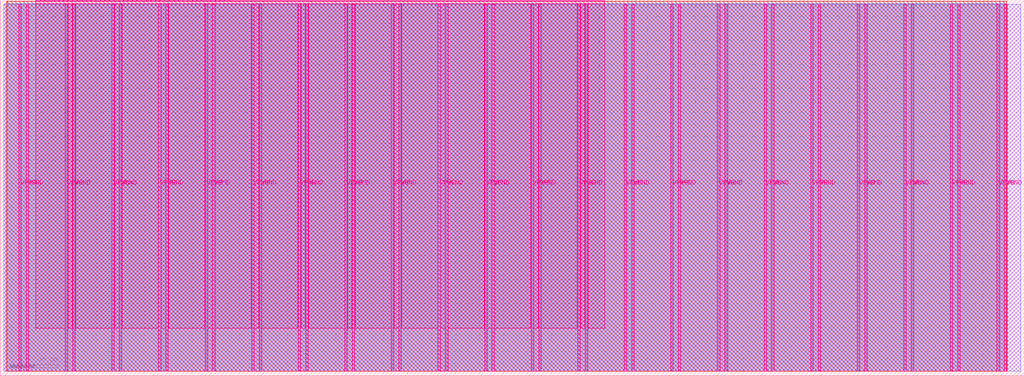
<source format=lef>
VERSION 5.7 ;
  NOWIREEXTENSIONATPIN ON ;
  DIVIDERCHAR "/" ;
  BUSBITCHARS "[]" ;
MACRO tt_um_gregac_tiny_nn
  CLASS BLOCK ;
  FOREIGN tt_um_gregac_tiny_nn ;
  ORIGIN 0.000 0.000 ;
  SIZE 854.400 BY 313.740 ;
  PIN VGND
    DIRECTION INOUT ;
    USE GROUND ;
    PORT
      LAYER Metal5 ;
        RECT 21.580 3.560 23.780 310.180 ;
    END
    PORT
      LAYER Metal5 ;
        RECT 60.450 3.560 62.650 310.180 ;
    END
    PORT
      LAYER Metal5 ;
        RECT 99.320 3.560 101.520 310.180 ;
    END
    PORT
      LAYER Metal5 ;
        RECT 138.190 3.560 140.390 310.180 ;
    END
    PORT
      LAYER Metal5 ;
        RECT 177.060 3.560 179.260 310.180 ;
    END
    PORT
      LAYER Metal5 ;
        RECT 215.930 3.560 218.130 310.180 ;
    END
    PORT
      LAYER Metal5 ;
        RECT 254.800 3.560 257.000 310.180 ;
    END
    PORT
      LAYER Metal5 ;
        RECT 293.670 3.560 295.870 310.180 ;
    END
    PORT
      LAYER Metal5 ;
        RECT 332.540 3.560 334.740 310.180 ;
    END
    PORT
      LAYER Metal5 ;
        RECT 371.410 3.560 373.610 310.180 ;
    END
    PORT
      LAYER Metal5 ;
        RECT 410.280 3.560 412.480 310.180 ;
    END
    PORT
      LAYER Metal5 ;
        RECT 449.150 3.560 451.350 310.180 ;
    END
    PORT
      LAYER Metal5 ;
        RECT 488.020 3.560 490.220 310.180 ;
    END
    PORT
      LAYER Metal5 ;
        RECT 526.890 3.560 529.090 310.180 ;
    END
    PORT
      LAYER Metal5 ;
        RECT 565.760 3.560 567.960 310.180 ;
    END
    PORT
      LAYER Metal5 ;
        RECT 604.630 3.560 606.830 310.180 ;
    END
    PORT
      LAYER Metal5 ;
        RECT 643.500 3.560 645.700 310.180 ;
    END
    PORT
      LAYER Metal5 ;
        RECT 682.370 3.560 684.570 310.180 ;
    END
    PORT
      LAYER Metal5 ;
        RECT 721.240 3.560 723.440 310.180 ;
    END
    PORT
      LAYER Metal5 ;
        RECT 760.110 3.560 762.310 310.180 ;
    END
    PORT
      LAYER Metal5 ;
        RECT 798.980 3.560 801.180 310.180 ;
    END
    PORT
      LAYER Metal5 ;
        RECT 837.850 3.560 840.050 310.180 ;
    END
  END VGND
  PIN VPWR
    DIRECTION INOUT ;
    USE POWER ;
    PORT
      LAYER Metal5 ;
        RECT 15.380 3.560 17.580 310.180 ;
    END
    PORT
      LAYER Metal5 ;
        RECT 54.250 3.560 56.450 310.180 ;
    END
    PORT
      LAYER Metal5 ;
        RECT 93.120 3.560 95.320 310.180 ;
    END
    PORT
      LAYER Metal5 ;
        RECT 131.990 3.560 134.190 310.180 ;
    END
    PORT
      LAYER Metal5 ;
        RECT 170.860 3.560 173.060 310.180 ;
    END
    PORT
      LAYER Metal5 ;
        RECT 209.730 3.560 211.930 310.180 ;
    END
    PORT
      LAYER Metal5 ;
        RECT 248.600 3.560 250.800 310.180 ;
    END
    PORT
      LAYER Metal5 ;
        RECT 287.470 3.560 289.670 310.180 ;
    END
    PORT
      LAYER Metal5 ;
        RECT 326.340 3.560 328.540 310.180 ;
    END
    PORT
      LAYER Metal5 ;
        RECT 365.210 3.560 367.410 310.180 ;
    END
    PORT
      LAYER Metal5 ;
        RECT 404.080 3.560 406.280 310.180 ;
    END
    PORT
      LAYER Metal5 ;
        RECT 442.950 3.560 445.150 310.180 ;
    END
    PORT
      LAYER Metal5 ;
        RECT 481.820 3.560 484.020 310.180 ;
    END
    PORT
      LAYER Metal5 ;
        RECT 520.690 3.560 522.890 310.180 ;
    END
    PORT
      LAYER Metal5 ;
        RECT 559.560 3.560 561.760 310.180 ;
    END
    PORT
      LAYER Metal5 ;
        RECT 598.430 3.560 600.630 310.180 ;
    END
    PORT
      LAYER Metal5 ;
        RECT 637.300 3.560 639.500 310.180 ;
    END
    PORT
      LAYER Metal5 ;
        RECT 676.170 3.560 678.370 310.180 ;
    END
    PORT
      LAYER Metal5 ;
        RECT 715.040 3.560 717.240 310.180 ;
    END
    PORT
      LAYER Metal5 ;
        RECT 753.910 3.560 756.110 310.180 ;
    END
    PORT
      LAYER Metal5 ;
        RECT 792.780 3.560 794.980 310.180 ;
    END
    PORT
      LAYER Metal5 ;
        RECT 831.650 3.560 833.850 310.180 ;
    END
  END VPWR
  PIN clk
    DIRECTION INPUT ;
    USE SIGNAL ;
    ANTENNAGATEAREA 0.213200 ;
    PORT
      LAYER Metal5 ;
        RECT 187.050 312.740 187.350 313.740 ;
    END
  END clk
  PIN ena
    DIRECTION INPUT ;
    USE SIGNAL ;
    PORT
      LAYER Metal5 ;
        RECT 190.890 312.740 191.190 313.740 ;
    END
  END ena
  PIN rst_n
    DIRECTION INPUT ;
    USE SIGNAL ;
    ANTENNAGATEAREA 0.426400 ;
    PORT
      LAYER Metal5 ;
        RECT 183.210 312.740 183.510 313.740 ;
    END
  END rst_n
  PIN ui_in[0]
    DIRECTION INPUT ;
    USE SIGNAL ;
    ANTENNAGATEAREA 0.180700 ;
    PORT
      LAYER Metal5 ;
        RECT 179.370 312.740 179.670 313.740 ;
    END
  END ui_in[0]
  PIN ui_in[1]
    DIRECTION INPUT ;
    USE SIGNAL ;
    ANTENNAGATEAREA 0.180700 ;
    PORT
      LAYER Metal5 ;
        RECT 175.530 312.740 175.830 313.740 ;
    END
  END ui_in[1]
  PIN ui_in[2]
    DIRECTION INPUT ;
    USE SIGNAL ;
    ANTENNAGATEAREA 0.180700 ;
    PORT
      LAYER Metal5 ;
        RECT 171.690 312.740 171.990 313.740 ;
    END
  END ui_in[2]
  PIN ui_in[3]
    DIRECTION INPUT ;
    USE SIGNAL ;
    ANTENNAGATEAREA 0.180700 ;
    PORT
      LAYER Metal5 ;
        RECT 167.850 312.740 168.150 313.740 ;
    END
  END ui_in[3]
  PIN ui_in[4]
    DIRECTION INPUT ;
    USE SIGNAL ;
    ANTENNAGATEAREA 0.180700 ;
    PORT
      LAYER Metal5 ;
        RECT 164.010 312.740 164.310 313.740 ;
    END
  END ui_in[4]
  PIN ui_in[5]
    DIRECTION INPUT ;
    USE SIGNAL ;
    ANTENNAGATEAREA 0.180700 ;
    PORT
      LAYER Metal5 ;
        RECT 160.170 312.740 160.470 313.740 ;
    END
  END ui_in[5]
  PIN ui_in[6]
    DIRECTION INPUT ;
    USE SIGNAL ;
    ANTENNAGATEAREA 0.180700 ;
    PORT
      LAYER Metal5 ;
        RECT 156.330 312.740 156.630 313.740 ;
    END
  END ui_in[6]
  PIN ui_in[7]
    DIRECTION INPUT ;
    USE SIGNAL ;
    ANTENNAGATEAREA 0.180700 ;
    PORT
      LAYER Metal5 ;
        RECT 152.490 312.740 152.790 313.740 ;
    END
  END ui_in[7]
  PIN uio_in[0]
    DIRECTION INPUT ;
    USE SIGNAL ;
    ANTENNAGATEAREA 0.180700 ;
    PORT
      LAYER Metal5 ;
        RECT 148.650 312.740 148.950 313.740 ;
    END
  END uio_in[0]
  PIN uio_in[1]
    DIRECTION INPUT ;
    USE SIGNAL ;
    ANTENNAGATEAREA 0.180700 ;
    PORT
      LAYER Metal5 ;
        RECT 144.810 312.740 145.110 313.740 ;
    END
  END uio_in[1]
  PIN uio_in[2]
    DIRECTION INPUT ;
    USE SIGNAL ;
    ANTENNAGATEAREA 0.180700 ;
    PORT
      LAYER Metal5 ;
        RECT 140.970 312.740 141.270 313.740 ;
    END
  END uio_in[2]
  PIN uio_in[3]
    DIRECTION INPUT ;
    USE SIGNAL ;
    ANTENNAGATEAREA 0.180700 ;
    PORT
      LAYER Metal5 ;
        RECT 137.130 312.740 137.430 313.740 ;
    END
  END uio_in[3]
  PIN uio_in[4]
    DIRECTION INPUT ;
    USE SIGNAL ;
    ANTENNAGATEAREA 0.180700 ;
    PORT
      LAYER Metal5 ;
        RECT 133.290 312.740 133.590 313.740 ;
    END
  END uio_in[4]
  PIN uio_in[5]
    DIRECTION INPUT ;
    USE SIGNAL ;
    ANTENNAGATEAREA 0.180700 ;
    PORT
      LAYER Metal5 ;
        RECT 129.450 312.740 129.750 313.740 ;
    END
  END uio_in[5]
  PIN uio_in[6]
    DIRECTION INPUT ;
    USE SIGNAL ;
    ANTENNAGATEAREA 0.180700 ;
    PORT
      LAYER Metal5 ;
        RECT 125.610 312.740 125.910 313.740 ;
    END
  END uio_in[6]
  PIN uio_in[7]
    DIRECTION INPUT ;
    USE SIGNAL ;
    ANTENNAGATEAREA 0.180700 ;
    PORT
      LAYER Metal5 ;
        RECT 121.770 312.740 122.070 313.740 ;
    END
  END uio_in[7]
  PIN uio_oe[0]
    DIRECTION OUTPUT ;
    USE SIGNAL ;
    ANTENNADIFFAREA 0.299200 ;
    PORT
      LAYER Metal5 ;
        RECT 56.490 312.740 56.790 313.740 ;
    END
  END uio_oe[0]
  PIN uio_oe[1]
    DIRECTION OUTPUT ;
    USE SIGNAL ;
    ANTENNADIFFAREA 0.299200 ;
    PORT
      LAYER Metal5 ;
        RECT 52.650 312.740 52.950 313.740 ;
    END
  END uio_oe[1]
  PIN uio_oe[2]
    DIRECTION OUTPUT ;
    USE SIGNAL ;
    ANTENNADIFFAREA 0.299200 ;
    PORT
      LAYER Metal5 ;
        RECT 48.810 312.740 49.110 313.740 ;
    END
  END uio_oe[2]
  PIN uio_oe[3]
    DIRECTION OUTPUT ;
    USE SIGNAL ;
    ANTENNADIFFAREA 0.299200 ;
    PORT
      LAYER Metal5 ;
        RECT 44.970 312.740 45.270 313.740 ;
    END
  END uio_oe[3]
  PIN uio_oe[4]
    DIRECTION OUTPUT ;
    USE SIGNAL ;
    ANTENNADIFFAREA 0.299200 ;
    PORT
      LAYER Metal5 ;
        RECT 41.130 312.740 41.430 313.740 ;
    END
  END uio_oe[4]
  PIN uio_oe[5]
    DIRECTION OUTPUT ;
    USE SIGNAL ;
    ANTENNADIFFAREA 0.299200 ;
    PORT
      LAYER Metal5 ;
        RECT 37.290 312.740 37.590 313.740 ;
    END
  END uio_oe[5]
  PIN uio_oe[6]
    DIRECTION OUTPUT ;
    USE SIGNAL ;
    ANTENNADIFFAREA 0.299200 ;
    PORT
      LAYER Metal5 ;
        RECT 33.450 312.740 33.750 313.740 ;
    END
  END uio_oe[6]
  PIN uio_oe[7]
    DIRECTION OUTPUT ;
    USE SIGNAL ;
    ANTENNADIFFAREA 0.299200 ;
    PORT
      LAYER Metal5 ;
        RECT 29.610 312.740 29.910 313.740 ;
    END
  END uio_oe[7]
  PIN uio_out[0]
    DIRECTION OUTPUT ;
    USE SIGNAL ;
    ANTENNADIFFAREA 0.299200 ;
    PORT
      LAYER Metal5 ;
        RECT 87.210 312.740 87.510 313.740 ;
    END
  END uio_out[0]
  PIN uio_out[1]
    DIRECTION OUTPUT ;
    USE SIGNAL ;
    ANTENNADIFFAREA 0.299200 ;
    PORT
      LAYER Metal5 ;
        RECT 83.370 312.740 83.670 313.740 ;
    END
  END uio_out[1]
  PIN uio_out[2]
    DIRECTION OUTPUT ;
    USE SIGNAL ;
    ANTENNADIFFAREA 0.299200 ;
    PORT
      LAYER Metal5 ;
        RECT 79.530 312.740 79.830 313.740 ;
    END
  END uio_out[2]
  PIN uio_out[3]
    DIRECTION OUTPUT ;
    USE SIGNAL ;
    ANTENNADIFFAREA 0.299200 ;
    PORT
      LAYER Metal5 ;
        RECT 75.690 312.740 75.990 313.740 ;
    END
  END uio_out[3]
  PIN uio_out[4]
    DIRECTION OUTPUT ;
    USE SIGNAL ;
    ANTENNADIFFAREA 0.299200 ;
    PORT
      LAYER Metal5 ;
        RECT 71.850 312.740 72.150 313.740 ;
    END
  END uio_out[4]
  PIN uio_out[5]
    DIRECTION OUTPUT ;
    USE SIGNAL ;
    ANTENNADIFFAREA 0.299200 ;
    PORT
      LAYER Metal5 ;
        RECT 68.010 312.740 68.310 313.740 ;
    END
  END uio_out[5]
  PIN uio_out[6]
    DIRECTION OUTPUT ;
    USE SIGNAL ;
    ANTENNADIFFAREA 0.299200 ;
    PORT
      LAYER Metal5 ;
        RECT 64.170 312.740 64.470 313.740 ;
    END
  END uio_out[6]
  PIN uio_out[7]
    DIRECTION OUTPUT ;
    USE SIGNAL ;
    ANTENNADIFFAREA 0.299200 ;
    PORT
      LAYER Metal5 ;
        RECT 60.330 312.740 60.630 313.740 ;
    END
  END uio_out[7]
  PIN uo_out[0]
    DIRECTION OUTPUT ;
    USE SIGNAL ;
    ANTENNADIFFAREA 1.039100 ;
    PORT
      LAYER Metal5 ;
        RECT 117.930 312.740 118.230 313.740 ;
    END
  END uo_out[0]
  PIN uo_out[1]
    DIRECTION OUTPUT ;
    USE SIGNAL ;
    ANTENNADIFFAREA 1.039100 ;
    PORT
      LAYER Metal5 ;
        RECT 114.090 312.740 114.390 313.740 ;
    END
  END uo_out[1]
  PIN uo_out[2]
    DIRECTION OUTPUT ;
    USE SIGNAL ;
    ANTENNADIFFAREA 1.039100 ;
    PORT
      LAYER Metal5 ;
        RECT 110.250 312.740 110.550 313.740 ;
    END
  END uo_out[2]
  PIN uo_out[3]
    DIRECTION OUTPUT ;
    USE SIGNAL ;
    ANTENNADIFFAREA 1.039100 ;
    PORT
      LAYER Metal5 ;
        RECT 106.410 312.740 106.710 313.740 ;
    END
  END uo_out[3]
  PIN uo_out[4]
    DIRECTION OUTPUT ;
    USE SIGNAL ;
    ANTENNADIFFAREA 1.039100 ;
    PORT
      LAYER Metal5 ;
        RECT 102.570 312.740 102.870 313.740 ;
    END
  END uo_out[4]
  PIN uo_out[5]
    DIRECTION OUTPUT ;
    USE SIGNAL ;
    ANTENNADIFFAREA 1.039100 ;
    PORT
      LAYER Metal5 ;
        RECT 98.730 312.740 99.030 313.740 ;
    END
  END uo_out[5]
  PIN uo_out[6]
    DIRECTION OUTPUT ;
    USE SIGNAL ;
    ANTENNADIFFAREA 1.039100 ;
    PORT
      LAYER Metal5 ;
        RECT 94.890 312.740 95.190 313.740 ;
    END
  END uo_out[6]
  PIN uo_out[7]
    DIRECTION OUTPUT ;
    USE SIGNAL ;
    ANTENNADIFFAREA 1.039100 ;
    PORT
      LAYER Metal5 ;
        RECT 91.050 312.740 91.350 313.740 ;
    END
  END uo_out[7]
  OBS
      LAYER GatPoly ;
        RECT 2.880 3.630 851.520 310.110 ;
      LAYER Metal1 ;
        RECT 2.880 3.560 851.520 310.180 ;
      LAYER Metal2 ;
        RECT 4.175 3.680 839.915 310.480 ;
      LAYER Metal3 ;
        RECT 5.660 3.635 839.870 312.625 ;
      LAYER Metal4 ;
        RECT 5.615 3.680 839.915 312.580 ;
      LAYER Metal5 ;
        RECT 30.120 312.530 33.240 312.740 ;
        RECT 33.960 312.530 37.080 312.740 ;
        RECT 37.800 312.530 40.920 312.740 ;
        RECT 41.640 312.530 44.760 312.740 ;
        RECT 45.480 312.530 48.600 312.740 ;
        RECT 49.320 312.530 52.440 312.740 ;
        RECT 53.160 312.530 56.280 312.740 ;
        RECT 57.000 312.530 60.120 312.740 ;
        RECT 60.840 312.530 63.960 312.740 ;
        RECT 64.680 312.530 67.800 312.740 ;
        RECT 68.520 312.530 71.640 312.740 ;
        RECT 72.360 312.530 75.480 312.740 ;
        RECT 76.200 312.530 79.320 312.740 ;
        RECT 80.040 312.530 83.160 312.740 ;
        RECT 83.880 312.530 87.000 312.740 ;
        RECT 87.720 312.530 90.840 312.740 ;
        RECT 91.560 312.530 94.680 312.740 ;
        RECT 95.400 312.530 98.520 312.740 ;
        RECT 99.240 312.530 102.360 312.740 ;
        RECT 103.080 312.530 106.200 312.740 ;
        RECT 106.920 312.530 110.040 312.740 ;
        RECT 110.760 312.530 113.880 312.740 ;
        RECT 114.600 312.530 117.720 312.740 ;
        RECT 118.440 312.530 121.560 312.740 ;
        RECT 122.280 312.530 125.400 312.740 ;
        RECT 126.120 312.530 129.240 312.740 ;
        RECT 129.960 312.530 133.080 312.740 ;
        RECT 133.800 312.530 136.920 312.740 ;
        RECT 137.640 312.530 140.760 312.740 ;
        RECT 141.480 312.530 144.600 312.740 ;
        RECT 145.320 312.530 148.440 312.740 ;
        RECT 149.160 312.530 152.280 312.740 ;
        RECT 153.000 312.530 156.120 312.740 ;
        RECT 156.840 312.530 159.960 312.740 ;
        RECT 160.680 312.530 163.800 312.740 ;
        RECT 164.520 312.530 167.640 312.740 ;
        RECT 168.360 312.530 171.480 312.740 ;
        RECT 172.200 312.530 175.320 312.740 ;
        RECT 176.040 312.530 179.160 312.740 ;
        RECT 179.880 312.530 183.000 312.740 ;
        RECT 183.720 312.530 186.840 312.740 ;
        RECT 187.560 312.530 190.680 312.740 ;
        RECT 191.400 312.530 504.580 312.740 ;
        RECT 29.660 310.390 504.580 312.530 ;
        RECT 29.660 39.755 54.040 310.390 ;
        RECT 56.660 39.755 60.240 310.390 ;
        RECT 62.860 39.755 92.910 310.390 ;
        RECT 95.530 39.755 99.110 310.390 ;
        RECT 101.730 39.755 131.780 310.390 ;
        RECT 134.400 39.755 137.980 310.390 ;
        RECT 140.600 39.755 170.650 310.390 ;
        RECT 173.270 39.755 176.850 310.390 ;
        RECT 179.470 39.755 209.520 310.390 ;
        RECT 212.140 39.755 215.720 310.390 ;
        RECT 218.340 39.755 248.390 310.390 ;
        RECT 251.010 39.755 254.590 310.390 ;
        RECT 257.210 39.755 287.260 310.390 ;
        RECT 289.880 39.755 293.460 310.390 ;
        RECT 296.080 39.755 326.130 310.390 ;
        RECT 328.750 39.755 332.330 310.390 ;
        RECT 334.950 39.755 365.000 310.390 ;
        RECT 367.620 39.755 371.200 310.390 ;
        RECT 373.820 39.755 403.870 310.390 ;
        RECT 406.490 39.755 410.070 310.390 ;
        RECT 412.690 39.755 442.740 310.390 ;
        RECT 445.360 39.755 448.940 310.390 ;
        RECT 451.560 39.755 481.610 310.390 ;
        RECT 484.230 39.755 487.810 310.390 ;
        RECT 490.430 39.755 504.580 310.390 ;
  END
END tt_um_gregac_tiny_nn
END LIBRARY


</source>
